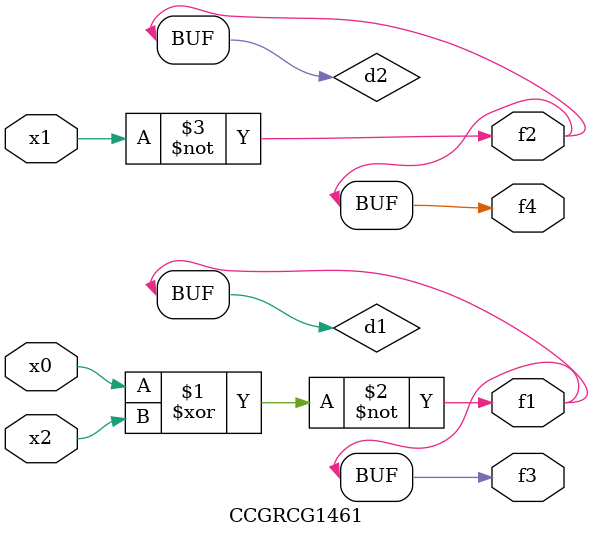
<source format=v>
module CCGRCG1461(
	input x0, x1, x2,
	output f1, f2, f3, f4
);

	wire d1, d2, d3;

	xnor (d1, x0, x2);
	nand (d2, x1);
	nor (d3, x1, x2);
	assign f1 = d1;
	assign f2 = d2;
	assign f3 = d1;
	assign f4 = d2;
endmodule

</source>
